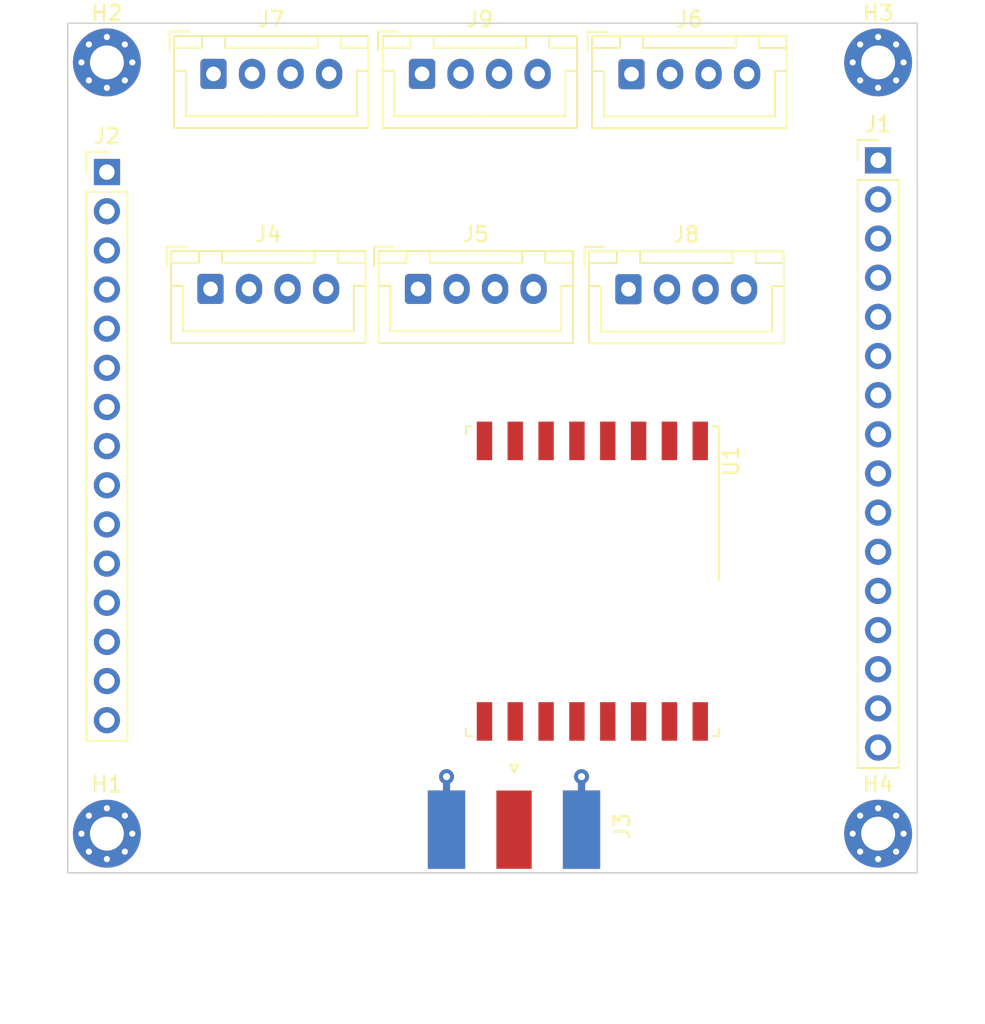
<source format=kicad_pcb>
(kicad_pcb (version 20211014) (generator pcbnew)
  (title_block (rev "1"))
  (layers (0 "F.Cu" signal "Front") (1 "In1.Cu" signal) (2 "In2.Cu" signal) (31 "B.Cu" signal "Back") (34 "B.Paste" user) (35 "F.Paste" user) (36 "B.SilkS" user "B.Silkscreen") (37 "F.SilkS" user "F.Silkscreen") (38 "B.Mask" user) (39 "F.Mask" user) (44 "Edge.Cuts" user))
  (net 0 "")
  (net 1 "Earth")
  (net 2 "/GND")
  (net 3 "/RX0")
  (net 4 "/TX0")
  (net 5 "/RX1")
  (net 6 "/TX1")
  (net 7 "/RX2")
  (net 8 "/TX2")
  (net 9 "/MISC_GPIO0")
  (net 10 "/MISC_GPIO1")
  (net 11 "/MISC_GPIO2")
  (net 12 "/VCC")
  (net 13 "/3V3")
  (net 14 "/SCL1")
  (net 15 "/SDA1")
  (net 16 "/CAN_L")
  (net 17 "/CAN_H")
  (net 18 "/5V")
  (net 25 "/MOSI")
  (net 26 "/MISO")
  (net 27 "/SCK")
  (net 28 "Net-(U1-Pad10)")
  (net 29 "+5V")
  (net 30 "/SDA")
  (net 31 "/SCL")
  (net 32 "/MISC_IO0")
  (net 33 "+3V3")
  (net 34 "/MISC_IO1")
  (net 35 "/MISC_IO2")
  (footprint "Connector_JST:JST_XH_B4B-XH-A_1x04_P2.50mm_Vertical" (layer "F.Cu") (at 170.561 71.865)
    (fp_text reference "J9" (at 3.75 -3.55) (layer "F.SilkS"))
    (fp_text value "jst_xh")
    (fp_line (start 10.06 -2.46) (end -2.56 -2.46) (layer "F.SilkS") (width 0.12))
    (fp_line (start -2.55 -1.7) (end -0.75 -1.7) (layer "F.SilkS") (width 0.12))
    (fp_line (start -1.6 -2.75) (end -2.85 -2.75) (layer "F.SilkS") (width 0.12))
    (fp_line (start 10.05 -1.7) (end 10.05 -2.45) (layer "F.SilkS") (width 0.12))
    (fp_line (start -2.85 -2.75) (end -2.85 -1.5) (layer "F.SilkS") (width 0.12))
    (fp_line (start -0.75 -2.45) (end -2.55 -2.45) (layer "F.SilkS") (width 0.12))
    (fp_line (start 6.75 -2.45) (end 0.75 -2.45) (layer "F.SilkS") (width 0.12))
    (fp_line (start -1.8 2.75) (end 3.75 2.75) (layer "F.SilkS") (width 0.12))
    (fp_line (start 0.75 -2.45) (end 0.75 -1.7) (layer "F.SilkS") (width 0.12))
    (fp_line (start 10.05 -0.2) (end 9.3 -0.2) (layer "F.SilkS") (width 0.12))
    (fp_line (start -2.56 -2.46) (end -2.56 3.51) (layer "F.SilkS") (width 0.12))
    (fp_line (start -1.8 -0.2) (end -1.8 2.75) (layer "F.SilkS") (width 0.12))
    (fp_line (start -2.55 -2.45) (end -2.55 -1.7) (layer "F.SilkS") (width 0.12))
    (fp_line (start 0.75 -1.7) (end 6.75 -1.7) (layer "F.SilkS") (width 0.12))
    (fp_line (start -2.55 -0.2) (end -1.8 -0.2) (layer "F.SilkS") (width 0.12))
    (fp_line (start 9.3 -0.2) (end 9.3 2.75) (layer "F.SilkS") (width 0.12))
    (fp_line (start 10.06 3.51) (end 10.06 -2.46) (layer "F.SilkS") (width 0.12))
    (fp_line (start 9.3 2.75) (end 3.75 2.75) (layer "F.SilkS") (width 0.12))
    (fp_line (start 6.75 -1.7) (end 6.75 -2.45) (layer "F.SilkS") (width 0.12))
    (fp_line (start 10.05 -2.45) (end 8.25 -2.45) (layer "F.SilkS") (width 0.12))
    (fp_line (start -0.75 -1.7) (end -0.75 -2.45) (layer "F.SilkS") (width 0.12))
    (fp_line (start 8.25 -2.45) (end 8.25 -1.7) (layer "F.SilkS") (width 0.12))
    (fp_line (start -2.56 3.51) (end 10.06 3.51) (layer "F.SilkS") (width 0.12))
    (fp_line (start 8.25 -1.7) (end 10.05 -1.7) (layer "F.SilkS") (width 0.12))
    (pad "1" thru_hole roundrect (at 0 0) (size 1.7 1.95) (drill 0.95) (layers *.Cu *.Mask) (roundrect_rratio 0.147059) (net 4 "/TX0"))
    (pad "2" thru_hole oval (at 2.5 0) (size 1.7 1.95) (drill 0.95) (layers *.Cu *.Mask) (net 3 "/RX0"))
    (pad "3" thru_hole oval (at 5 0) (size 1.7 1.95) (drill 0.95) (layers *.Cu *.Mask) (net 1 "Earth"))
    (pad "4" thru_hole oval (at 7.5 0) (size 1.7 1.95) (drill 0.95) (layers *.Cu *.Mask) (net 29 "+5V"))
  )
  (footprint "Connector_JST:JST_XH_B4B-XH-A_1x04_P2.50mm_Vertical" (layer "F.Cu") (at 184.15 71.882)
    (fp_text reference "J6" (at 3.75 -3.55) (layer "F.SilkS"))
    (fp_text value "jst_xh")
    (fp_line (start 9.3 2.75) (end 3.75 2.75) (layer "F.SilkS") (width 0.12))
    (fp_line (start -1.6 -2.75) (end -2.85 -2.75) (layer "F.SilkS") (width 0.12))
    (fp_line (start 8.25 -1.7) (end 10.05 -1.7) (layer "F.SilkS") (width 0.12))
    (fp_line (start 0.75 -2.45) (end 0.75 -1.7) (layer "F.SilkS") (width 0.12))
    (fp_line (start 10.05 -1.7) (end 10.05 -2.45) (layer "F.SilkS") (width 0.12))
    (fp_line (start 10.05 -0.2) (end 9.3 -0.2) (layer "F.SilkS") (width 0.12))
    (fp_line (start 10.05 -2.45) (end 8.25 -2.45) (layer "F.SilkS") (width 0.12))
    (fp_line (start -1.8 -0.2) (end -1.8 2.75) (layer "F.SilkS") (width 0.12))
    (fp_line (start -2.55 -2.45) (end -2.55 -1.7) (layer "F.SilkS") (width 0.12))
    (fp_line (start -0.75 -2.45) (end -2.55 -2.45) (layer "F.SilkS") (width 0.12))
    (fp_line (start 0.75 -1.7) (end 6.75 -1.7) (layer "F.SilkS") (width 0.12))
    (fp_line (start 6.75 -1.7) (end 6.75 -2.45) (layer "F.SilkS") (width 0.12))
    (fp_line (start -2.85 -2.75) (end -2.85 -1.5) (layer "F.SilkS") (width 0.12))
    (fp_line (start 9.3 -0.2) (end 9.3 2.75) (layer "F.SilkS") (width 0.12))
    (fp_line (start 10.06 3.51) (end 10.06 -2.46) (layer "F.SilkS") (width 0.12))
    (fp_line (start 8.25 -2.45) (end 8.25 -1.7) (layer "F.SilkS") (width 0.12))
    (fp_line (start -0.75 -1.7) (end -0.75 -2.45) (layer "F.SilkS") (width 0.12))
    (fp_line (start 6.75 -2.45) (end 0.75 -2.45) (layer "F.SilkS") (width 0.12))
    (fp_line (start -2.56 -2.46) (end -2.56 3.51) (layer "F.SilkS") (width 0.12))
    (fp_line (start -2.56 3.51) (end 10.06 3.51) (layer "F.SilkS") (width 0.12))
    (fp_line (start -2.55 -1.7) (end -0.75 -1.7) (layer "F.SilkS") (width 0.12))
    (fp_line (start -1.8 2.75) (end 3.75 2.75) (layer "F.SilkS") (width 0.12))
    (fp_line (start -2.55 -0.2) (end -1.8 -0.2) (layer "F.SilkS") (width 0.12))
    (fp_line (start 10.06 -2.46) (end -2.56 -2.46) (layer "F.SilkS") (width 0.12))
    (pad "1" thru_hole roundrect (at 0 0) (size 1.7 1.95) (drill 0.95) (layers *.Cu *.Mask) (roundrect_rratio 0.147059) (net 17 "/CAN_H"))
    (pad "2" thru_hole oval (at 2.5 0) (size 1.7 1.95) (drill 0.95) (layers *.Cu *.Mask) (net 16 "/CAN_L"))
    (pad "3" thru_hole oval (at 5 0) (size 1.7 1.95) (drill 0.95) (layers *.Cu *.Mask) (net 1 "Earth"))
    (pad "4" thru_hole oval (at 7.5 0) (size 1.7 1.95) (drill 0.95) (layers *.Cu *.Mask) (net 29 "+5V"))
  )
  (footprint "MountingHole:MountingHole_2.2mm_M2_Pad_Via" (layer "F.Cu") (at 150.114 71.12)
    (fp_text reference "H2" (at 0 -3.2) (layer "F.SilkS"))
    (fp_text value "MountingHole_Pad")
    (pad "1" thru_hole circle (at 1.166726 1.166726) (size 0.7 0.7) (drill 0.4) (layers *.Cu *.Mask) (net 1 "Earth"))
    (pad "1" thru_hole circle (at 0 -1.65) (size 0.7 0.7) (drill 0.4) (layers *.Cu *.Mask) (net 1 "Earth"))
    (pad "1" thru_hole circle (at 0 1.65) (size 0.7 0.7) (drill 0.4) (layers *.Cu *.Mask) (net 1 "Earth"))
    (pad "1" thru_hole circle (at -1.65 0) (size 0.7 0.7) (drill 0.4) (layers *.Cu *.Mask) (net 1 "Earth"))
    (pad "1" thru_hole circle (at 1.65 0) (size 0.7 0.7) (drill 0.4) (layers *.Cu *.Mask) (net 1 "Earth"))
    (pad "1" thru_hole circle (at 0 0) (size 4.4 4.4) (drill 2.2) (layers *.Cu *.Mask) (net 1 "Earth"))
    (pad "1" thru_hole circle (at -1.166726 -1.166726) (size 0.7 0.7) (drill 0.4) (layers *.Cu *.Mask) (net 1 "Earth"))
    (pad "1" thru_hole circle (at 1.166726 -1.166726) (size 0.7 0.7) (drill 0.4) (layers *.Cu *.Mask) (net 1 "Earth"))
    (pad "1" thru_hole circle (at -1.166726 1.166726) (size 0.7 0.7) (drill 0.4) (layers *.Cu *.Mask) (net 1 "Earth"))
  )
  (footprint "MountingHole:MountingHole_2.2mm_M2_Pad_Via" (layer "F.Cu") (at 200.152 71.12)
    (fp_text reference "H3" (at 0 -3.2) (layer "F.SilkS"))
    (fp_text value "MountingHole_Pad")
    (pad "1" thru_hole circle (at 0 1.65) (size 0.7 0.7) (drill 0.4) (layers *.Cu *.Mask) (net 1 "Earth"))
    (pad "1" thru_hole circle (at 0 -1.65) (size 0.7 0.7) (drill 0.4) (layers *.Cu *.Mask) (net 1 "Earth"))
    (pad "1" thru_hole circle (at -1.65 0) (size 0.7 0.7) (drill 0.4) (layers *.Cu *.Mask) (net 1 "Earth"))
    (pad "1" thru_hole circle (at 1.65 0) (size 0.7 0.7) (drill 0.4) (layers *.Cu *.Mask) (net 1 "Earth"))
    (pad "1" thru_hole circle (at 1.166726 -1.166726) (size 0.7 0.7) (drill 0.4) (layers *.Cu *.Mask) (net 1 "Earth"))
    (pad "1" thru_hole circle (at -1.166726 -1.166726) (size 0.7 0.7) (drill 0.4) (layers *.Cu *.Mask) (net 1 "Earth"))
    (pad "1" thru_hole circle (at -1.166726 1.166726) (size 0.7 0.7) (drill 0.4) (layers *.Cu *.Mask) (net 1 "Earth"))
    (pad "1" thru_hole circle (at 0 0) (size 4.4 4.4) (drill 2.2) (layers *.Cu *.Mask) (net 1 "Earth"))
    (pad "1" thru_hole circle (at 1.166726 1.166726) (size 0.7 0.7) (drill 0.4) (layers *.Cu *.Mask) (net 1 "Earth"))
  )
  (footprint "Connector_JST:JST_XH_B4B-XH-A_1x04_P2.50mm_Vertical" (layer "F.Cu") (at 156.838 85.818)
    (fp_text reference "J4" (at 3.75 -3.55) (layer "F.SilkS"))
    (fp_text value "jst_xh")
    (fp_line (start 10.06 -2.46) (end -2.56 -2.46) (layer "F.SilkS") (width 0.12))
    (fp_line (start 8.25 -1.7) (end 10.05 -1.7) (layer "F.SilkS") (width 0.12))
    (fp_line (start -2.56 3.51) (end 10.06 3.51) (layer "F.SilkS") (width 0.12))
    (fp_line (start 6.75 -2.45) (end 0.75 -2.45) (layer "F.SilkS") (width 0.12))
    (fp_line (start -0.75 -1.7) (end -0.75 -2.45) (layer "F.SilkS") (width 0.12))
    (fp_line (start 9.3 2.75) (end 3.75 2.75) (layer "F.SilkS") (width 0.12))
    (fp_line (start -1.8 2.75) (end 3.75 2.75) (layer "F.SilkS") (width 0.12))
    (fp_line (start -1.8 -0.2) (end -1.8 2.75) (layer "F.SilkS") (width 0.12))
    (fp_line (start -2.55 -2.45) (end -2.55 -1.7) (layer "F.SilkS") (width 0.12))
    (fp_line (start 0.75 -1.7) (end 6.75 -1.7) (layer "F.SilkS") (width 0.12))
    (fp_line (start 0.75 -2.45) (end 0.75 -1.7) (layer "F.SilkS") (width 0.12))
    (fp_line (start -2.55 -1.7) (end -0.75 -1.7) (layer "F.SilkS") (width 0.12))
    (fp_line (start 10.06 3.51) (end 10.06 -2.46) (layer "F.SilkS") (width 0.12))
    (fp_line (start 8.25 -2.45) (end 8.25 -1.7) (layer "F.SilkS") (width 0.12))
    (fp_line (start -2.55 -0.2) (end -1.8 -0.2) (layer "F.SilkS") (width 0.12))
    (fp_line (start 10.05 -1.7) (end 10.05 -2.45) (layer "F.SilkS") (width 0.12))
    (fp_line (start -2.85 -2.75) (end -2.85 -1.5) (layer "F.SilkS") (width 0.12))
    (fp_line (start 6.75 -1.7) (end 6.75 -2.45) (layer "F.SilkS") (width 0.12))
    (fp_line (start -0.75 -2.45) (end -2.55 -2.45) (layer "F.SilkS") (width 0.12))
    (fp_line (start 9.3 -0.2) (end 9.3 2.75) (layer "F.SilkS") (width 0.12))
    (fp_line (start -1.6 -2.75) (end -2.85 -2.75) (layer "F.SilkS") (width 0.12))
    (fp_line (start -2.56 -2.46) (end -2.56 3.51) (layer "F.SilkS") (width 0.12))
    (fp_line (start 10.05 -0.2) (end 9.3 -0.2) (layer "F.SilkS") (width 0.12))
    (fp_line (start 10.05 -2.45) (end 8.25 -2.45) (layer "F.SilkS") (width 0.12))
    (pad "1" thru_hole roundrect (at 0 0) (size 1.7 1.95) (drill 0.95) (layers *.Cu *.Mask) (roundrect_rratio 0.147059) (net 8 "/TX2"))
    (pad "2" thru_hole oval (at 2.5 0) (size 1.7 1.95) (drill 0.95) (layers *.Cu *.Mask) (net 7 "/RX2"))
    (pad "3" thru_hole oval (at 5 0) (size 1.7 1.95) (drill 0.95) (layers *.Cu *.Mask) (net 1 "Earth"))
    (pad "4" thru_hole oval (at 7.5 0) (size 1.7 1.95) (drill 0.95) (layers *.Cu *.Mask) (net 29 "+5V"))
  )
  (footprint "Connector_JST:JST_XH_B4B-XH-A_1x04_P2.50mm_Vertical" (layer "F.Cu") (at 157.032 71.865)
    (fp_text reference "J7" (at 3.75 -3.55) (layer "F.SilkS"))
    (fp_text value "jst_xh")
    (fp_line (start 10.06 -2.46) (end -2.56 -2.46) (layer "F.SilkS") (width 0.12))
    (fp_line (start 0.75 -2.45) (end 0.75 -1.7) (layer "F.SilkS") (width 0.12))
    (fp_line (start -1.8 -0.2) (end -1.8 2.75) (layer "F.SilkS") (width 0.12))
    (fp_line (start 0.75 -1.7) (end 6.75 -1.7) (layer "F.SilkS") (width 0.12))
    (fp_line (start -2.55 -0.2) (end -1.8 -0.2) (layer "F.SilkS") (width 0.12))
    (fp_line (start 10.05 -2.45) (end 8.25 -2.45) (layer "F.SilkS") (width 0.12))
    (fp_line (start 6.75 -2.45) (end 0.75 -2.45) (layer "F.SilkS") (width 0.12))
    (fp_line (start 10.06 3.51) (end 10.06 -2.46) (layer "F.SilkS") (width 0.12))
    (fp_line (start 10.05 -0.2) (end 9.3 -0.2) (layer "F.SilkS") (width 0.12))
    (fp_line (start -0.75 -2.45) (end -2.55 -2.45) (layer "F.SilkS") (width 0.12))
    (fp_line (start -2.55 -1.7) (end -0.75 -1.7) (layer "F.SilkS") (width 0.12))
    (fp_line (start 9.3 2.75) (end 3.75 2.75) (layer "F.SilkS") (width 0.12))
    (fp_line (start -0.75 -1.7) (end -0.75 -2.45) (layer "F.SilkS") (width 0.12))
    (fp_line (start -1.6 -2.75) (end -2.85 -2.75) (layer "F.SilkS") (width 0.12))
    (fp_line (start 6.75 -1.7) (end 6.75 -2.45) (layer "F.SilkS") (width 0.12))
    (fp_line (start -2.55 -2.45) (end -2.55 -1.7) (layer "F.SilkS") (width 0.12))
    (fp_line (start -2.85 -2.75) (end -2.85 -1.5) (layer "F.SilkS") (width 0.12))
    (fp_line (start -1.8 2.75) (end 3.75 2.75) (layer "F.SilkS") (width 0.12))
    (fp_line (start -2.56 -2.46) (end -2.56 3.51) (layer "F.SilkS") (width 0.12))
    (fp_line (start 9.3 -0.2) (end 9.3 2.75) (layer "F.SilkS") (width 0.12))
    (fp_line (start 8.25 -1.7) (end 10.05 -1.7) (layer "F.SilkS") (width 0.12))
    (fp_line (start 10.05 -1.7) (end 10.05 -2.45) (layer "F.SilkS") (width 0.12))
    (fp_line (start 8.25 -2.45) (end 8.25 -1.7) (layer "F.SilkS") (width 0.12))
    (fp_line (start -2.56 3.51) (end 10.06 3.51) (layer "F.SilkS") (width 0.12))
    (pad "1" thru_hole roundrect (at 0 0) (size 1.7 1.95) (drill 0.95) (layers *.Cu *.Mask) (roundrect_rratio 0.147059) (net 17 "/CAN_H"))
    (pad "2" thru_hole oval (at 2.5 0) (size 1.7 1.95) (drill 0.95) (layers *.Cu *.Mask) (net 16 "/CAN_L"))
    (pad "3" thru_hole oval (at 5 0) (size 1.7 1.95) (drill 0.95) (layers *.Cu *.Mask) (net 1 "Earth"))
    (pad "4" thru_hole oval (at 7.5 0) (size 1.7 1.95) (drill 0.95) (layers *.Cu *.Mask) (net 29 "+5V"))
  )
  (footprint "Connector_JST:JST_XH_B4B-XH-A_1x04_P2.50mm_Vertical" (layer "F.Cu") (at 170.3 85.818)
    (fp_text reference "J5" (at 3.75 -3.55) (layer "F.SilkS"))
    (fp_text value "jst_xh")
    (fp_line (start 9.3 2.75) (end 3.75 2.75) (layer "F.SilkS") (width 0.12))
    (fp_line (start -2.55 -2.45) (end -2.55 -1.7) (layer "F.SilkS") (width 0.12))
    (fp_line (start 10.05 -0.2) (end 9.3 -0.2) (layer "F.SilkS") (width 0.12))
    (fp_line (start 8.25 -1.7) (end 10.05 -1.7) (layer "F.SilkS") (width 0.12))
    (fp_line (start -1.6 -2.75) (end -2.85 -2.75) (layer "F.SilkS") (width 0.12))
    (fp_line (start -2.85 -2.75) (end -2.85 -1.5) (layer "F.SilkS") (width 0.12))
    (fp_line (start -1.8 2.75) (end 3.75 2.75) (layer "F.SilkS") (width 0.12))
    (fp_line (start -1.8 -0.2) (end -1.8 2.75) (layer "F.SilkS") (width 0.12))
    (fp_line (start 10.06 -2.46) (end -2.56 -2.46) (layer "F.SilkS") (width 0.12))
    (fp_line (start -2.56 3.51) (end 10.06 3.51) (layer "F.SilkS") (width 0.12))
    (fp_line (start -2.55 -1.7) (end -0.75 -1.7) (layer "F.SilkS") (width 0.12))
    (fp_line (start 9.3 -0.2) (end 9.3 2.75) (layer "F.SilkS") (width 0.12))
    (fp_line (start 10.05 -1.7) (end 10.05 -2.45) (layer "F.SilkS") (width 0.12))
    (fp_line (start -0.75 -2.45) (end -2.55 -2.45) (layer "F.SilkS") (width 0.12))
    (fp_line (start 0.75 -1.7) (end 6.75 -1.7) (layer "F.SilkS") (width 0.12))
    (fp_line (start 6.75 -2.45) (end 0.75 -2.45) (layer "F.SilkS") (width 0.12))
    (fp_line (start -0.75 -1.7) (end -0.75 -2.45) (layer "F.SilkS") (width 0.12))
    (fp_line (start 0.75 -2.45) (end 0.75 -1.7) (layer "F.SilkS") (width 0.12))
    (fp_line (start 6.75 -1.7) (end 6.75 -2.45) (layer "F.SilkS") (width 0.12))
    (fp_line (start -2.56 -2.46) (end -2.56 3.51) (layer "F.SilkS") (width 0.12))
    (fp_line (start 10.05 -2.45) (end 8.25 -2.45) (layer "F.SilkS") (width 0.12))
    (fp_line (start 10.06 3.51) (end 10.06 -2.46) (layer "F.SilkS") (width 0.12))
    (fp_line (start 8.25 -2.45) (end 8.25 -1.7) (layer "F.SilkS") (width 0.12))
    (fp_line (start -2.55 -0.2) (end -1.8 -0.2) (layer "F.SilkS") (width 0.12))
    (pad "1" thru_hole roundrect (at 0 0) (size 1.7 1.95) (drill 0.95) (layers *.Cu *.Mask) (roundrect_rratio 0.147059) (net 6 "/TX1"))
    (pad "2" thru_hole oval (at 2.5 0) (size 1.7 1.95) (drill 0.95) (layers *.Cu *.Mask) (net 5 "/RX1"))
    (pad "3" thru_hole oval (at 5 0) (size 1.7 1.95) (drill 0.95) (layers *.Cu *.Mask) (net 1 "Earth"))
    (pad "4" thru_hole oval (at 7.5 0) (size 1.7 1.95) (drill 0.95) (layers *.Cu *.Mask) (net 29 "+5V"))
  )
  (footprint "RF_Module:HOPERF_RFM69HW" (layer "F.Cu") (at 181.61 104.775 -90)
    (fp_text reference "U1" (at -7.8 -9 90) (layer "F.SilkS"))
    (fp_text value "RFM69W")
    (fp_line (start -10.05 -8.2) (end -10.05 -7.8) (layer "F.SilkS") (width 0.1))
    (fp_line (start -10.05 7.8) (end -10.05 8.2) (layer "F.SilkS") (width 0.1))
    (fp_line (start -10.05 -8.2) (end -0.05 -8.2) (layer "F.SilkS") (width 0.1))
    (fp_line (start 9.55 -8.2) (end 10.05 -8.2) (layer "F.SilkS") (width 0.1))
    (fp_line (start -10.05 8.2) (end -9.55 8.2) (layer "F.SilkS") (width 0.1))
    (fp_line (start 10.05 7.8) (end 10.05 8.2) (layer "F.SilkS") (width 0.1))
    (fp_line (start 9.55 8.2) (end 10.05 8.2) (layer "F.SilkS") (width 0.1))
    (fp_line (start 10.05 -8.2) (end 10.05 -7.8) (layer "F.SilkS") (width 0.1))
    (pad "1" smd rect (at -9.1 -7 270) (size 2.5 1) (layers "F.Cu" "F.Paste" "F.Mask") (net 35 "/MISC_IO2"))
    (pad "2" smd rect (at -9.1 -5 270) (size 2.5 1) (layers "F.Cu" "F.Paste" "F.Mask") (net 34 "/MISC_IO1"))
    (pad "3" smd rect (at -9.1 -3 270) (size 2.5 1) (layers "F.Cu" "F.Paste" "F.Mask"))
    (pad "4" smd rect (at -9.1 -1 270) (size 2.5 1) (layers "F.Cu" "F.Paste" "F.Mask"))
    (pad "5" smd rect (at -9.1 1 270) (size 2.5 1) (layers "F.Cu" "F.Paste" "F.Mask"))
    (pad "6" smd rect (at -9.1 3 270) (size 2.5 1) (layers "F.Cu" "F.Paste" "F.Mask"))
    (pad "7" smd rect (at -9.1 5 270) (size 2.5 1) (layers "F.Cu" "F.Paste" "F.Mask"))
    (pad "8" smd rect (at -9.1 7 270) (size 2.5 1) (layers "F.Cu" "F.Paste" "F.Mask") (net 33 "+3V3"))
    (pad "9" smd rect (at 9.1 7 270) (size 2.5 1) (layers "F.Cu" "F.Paste" "F.Mask") (net 1 "Earth"))
    (pad "10" smd rect (at 9.1 5 270) (size 2.5 1) (layers "F.Cu" "F.Paste" "F.Mask") (net 28 "Net-(U1-Pad10)"))
    (pad "11" smd rect (at 9.1 3 270) (size 2.5 1) (layers "F.Cu" "F.Paste" "F.Mask") (net 1 "Earth"))
    (pad "12" smd rect (at 9.1 1 270) (size 2.5 1) (layers "F.Cu" "F.Paste" "F.Mask") (net 27 "/SCK"))
    (pad "13" smd rect (at 9.1 -1 270) (size 2.5 1) (layers "F.Cu" "F.Paste" "F.Mask") (net 26 "/MISO"))
    (pad "14" smd rect (at 9.1 -3 270) (size 2.5 1) (layers "F.Cu" "F.Paste" "F.Mask") (net 25 "/MOSI"))
    (pad "15" smd rect (at 9.1 -5 270) (size 2.5 1) (layers "F.Cu" "F.Paste" "F.Mask") (net 32 "/MISC_IO0"))
    (pad "16" smd rect (at 9.1 -7 270) (size 2.5 1) (layers "F.Cu" "F.Paste" "F.Mask"))
  )
  (footprint "Connector_PinHeader_2.54mm:PinHeader_1x15_P2.54mm_Vertical" (layer "F.Cu") (at 150.114 78.237)
    (fp_text reference "J2" (at 0 -2.33) (layer "F.SilkS"))
    (fp_text value "Conn_01x15")
    (fp_line (start -1.33 36.89) (end 1.33 36.89) (layer "F.SilkS") (width 0.12))
    (fp_line (start -1.33 -1.33) (end 0 -1.33) (layer "F.SilkS") (width 0.12))
    (fp_line (start -1.33 1.27) (end -1.33 36.89) (layer "F.SilkS") (width 0.12))
    (fp_line (start 1.33 1.27) (end 1.33 36.89) (layer "F.SilkS") (width 0.12))
    (fp_line (start -1.33 1.27) (end 1.33 1.27) (layer "F.SilkS") (width 0.12))
    (fp_line (start -1.33 0) (end -1.33 -1.33) (layer "F.SilkS") (width 0.12))
    (pad "1" thru_hole rect (at 0 0) (size 1.7 1.7) (drill 1) (layers *.Cu *.Mask) (net 2 "/GND"))
    (pad "2" thru_hole oval (at 0 2.54) (size 1.7 1.7) (drill 1) (layers *.Cu *.Mask) (net 2 "/GND"))
    (pad "3" thru_hole oval (at 0 5.08) (size 1.7 1.7) (drill 1) (layers *.Cu *.Mask) (net 12 "/VCC"))
    (pad "4" thru_hole oval (at 0 7.62) (size 1.7 1.7) (drill 1) (layers *.Cu *.Mask) (net 12 "/VCC"))
    (pad "5" thru_hole oval (at 0 10.16) (size 1.7 1.7) (drill 1) (layers *.Cu *.Mask) (net 13 "/3V3"))
    (pad "6" thru_hole oval (at 0 12.7) (size 1.7 1.7) (drill 1) (layers *.Cu *.Mask) (net 14 "/SCL1"))
    (pad "7" thru_hole oval (at 0 15.24) (size 1.7 1.7) (drill 1) (layers *.Cu *.Mask) (net 15 "/SDA1"))
    (pad "8" thru_hole oval (at 0 17.78) (size 1.7 1.7) (drill 1) (layers *.Cu *.Mask) (net 2 "/GND"))
    (pad "9" thru_hole oval (at 0 20.32) (size 1.7 1.7) (drill 1) (layers *.Cu *.Mask) (net 16 "/CAN_L"))
    (pad "10" thru_hole oval (at 0 22.86) (size 1.7 1.7) (drill 1) (layers *.Cu *.Mask) (net 17 "/CAN_H"))
    (pad "11" thru_hole oval (at 0 25.4) (size 1.7 1.7) (drill 1) (layers *.Cu *.Mask) (net 18 "/5V"))
    (pad "12" thru_hole oval (at 0 27.94) (size 1.7 1.7) (drill 1) (layers *.Cu *.Mask) (net 12 "/VCC"))
    (pad "13" thru_hole oval (at 0 30.48) (size 1.7 1.7) (drill 1) (layers *.Cu *.Mask) (net 12 "/VCC"))
    (pad "14" thru_hole oval (at 0 33.02) (size 1.7 1.7) (drill 1) (layers *.Cu *.Mask) (net 2 "/GND"))
    (pad "15" thru_hole oval (at 0 35.56) (size 1.7 1.7) (drill 1) (layers *.Cu *.Mask) (net 2 "/GND"))
  )
  (footprint "MountingHole:MountingHole_2.2mm_M2_Pad_Via" (layer "F.Cu") (at 150.114 121.158)
    (fp_text reference "H1" (at 0 -3.2) (layer "F.SilkS"))
    (fp_text value "MountingHole_Pad")
    (pad "1" thru_hole circle (at 0 -1.65) (size 0.7 0.7) (drill 0.4) (layers *.Cu *.Mask) (net 1 "Earth"))
    (pad "1" thru_hole circle (at 0 0) (size 4.4 4.4) (drill 2.2) (layers *.Cu *.Mask) (net 1 "Earth"))
    (pad "1" thru_hole circle (at -1.166726 -1.166726) (size 0.7 0.7) (drill 0.4) (layers *.Cu *.Mask) (net 1 "Earth"))
    (pad "1" thru_hole circle (at 1.166726 -1.166726) (size 0.7 0.7) (drill 0.4) (layers *.Cu *.Mask) (net 1 "Earth"))
    (pad "1" thru_hole circle (at 1.65 0) (size 0.7 0.7) (drill 0.4) (layers *.Cu *.Mask) (net 1 "Earth"))
    (pad "1" thru_hole circle (at -1.166726 1.166726) (size 0.7 0.7) (drill 0.4) (layers *.Cu *.Mask) (net 1 "Earth"))
    (pad "1" thru_hole circle (at 0 1.65) (size 0.7 0.7) (drill 0.4) (layers *.Cu *.Mask) (net 1 "Earth"))
    (pad "1" thru_hole circle (at 1.166726 1.166726) (size 0.7 0.7) (drill 0.4) (layers *.Cu *.Mask) (net 1 "Earth"))
    (pad "1" thru_hole circle (at -1.65 0) (size 0.7 0.7) (drill 0.4) (layers *.Cu *.Mask) (net 1 "Earth"))
  )
  (footprint "Connector_JST:JST_XH_B4B-XH-A_1x04_P2.50mm_Vertical" (layer "F.Cu") (at 183.956 85.835)
    (fp_text reference "J8" (at 3.75 -3.55) (layer "F.SilkS"))
    (fp_text value "jst_xh")
    (fp_line (start -0.75 -1.7) (end -0.75 -2.45) (layer "F.SilkS") (width 0.12))
    (fp_line (start -1.6 -2.75) (end -2.85 -2.75) (layer "F.SilkS") (width 0.12))
    (fp_line (start -2.56 -2.46) (end -2.56 3.51) (layer "F.SilkS") (width 0.12))
    (fp_line (start -2.55 -0.2) (end -1.8 -0.2) (layer "F.SilkS") (width 0.12))
    (fp_line (start -2.55 -2.45) (end -2.55 -1.7) (layer "F.SilkS") (width 0.12))
    (fp_line (start 0.75 -2.45) (end 0.75 -1.7) (layer "F.SilkS") (width 0.12))
    (fp_line (start 8.25 -2.45) (end 8.25 -1.7) (layer "F.SilkS") (width 0.12))
    (fp_line (start 9.3 2.75) (end 3.75 2.75) (layer "F.SilkS") (width 0.12))
    (fp_line (start 10.05 -2.45) (end 8.25 -2.45) (layer "F.SilkS") (width 0.12))
    (fp_line (start 10.05 -0.2) (end 9.3 -0.2) (layer "F.SilkS") (width 0.12))
    (fp_line (start 10.05 -1.7) (end 10.05 -2.45) (layer "F.SilkS") (width 0.12))
    (fp_line (start 10.06 -2.46) (end -2.56 -2.46) (layer "F.SilkS") (width 0.12))
    (fp_line (start -1.8 2.75) (end 3.75 2.75) (layer "F.SilkS") (width 0.12))
    (fp_line (start 0.75 -1.7) (end 6.75 -1.7) (layer "F.SilkS") (width 0.12))
    (fp_line (start -1.8 -0.2) (end -1.8 2.75) (layer "F.SilkS") (width 0.12))
    (fp_line (start 6.75 -2.45) (end 0.75 -2.45) (layer "F.SilkS") (width 0.12))
    (fp_line (start -2.85 -2.75) (end -2.85 -1.5) (layer "F.SilkS") (width 0.12))
    (fp_line (start 10.06 3.51) (end 10.06 -2.46) (layer "F.SilkS") (width 0.12))
    (fp_line (start 6.75 -1.7) (end 6.75 -2.45) (layer "F.SilkS") (width 0.12))
    (fp_line (start -2.55 -1.7) (end -0.75 -1.7) (layer "F.SilkS") (width 0.12))
    (fp_line (start 9.3 -0.2) (end 9.3 2.75) (layer "F.SilkS") (width 0.12))
    (fp_line (start 8.25 -1.7) (end 10.05 -1.7) (layer "F.SilkS") (width 0.12))
    (fp_line (start -0.75 -2.45) (end -2.55 -2.45) (layer "F.SilkS") (width 0.12))
    (fp_line (start -2.56 3.51) (end 10.06 3.51) (layer "F.SilkS") (width 0.12))
    (pad "1" thru_hole roundrect (at 0 0) (size 1.7 1.95) (drill 0.95) (layers *.Cu *.Mask) (roundrect_rratio 0.147059) (net 30 "/SDA"))
    (pad "2" thru_hole oval (at 2.5 0) (size 1.7 1.95) (drill 0.95) (layers *.Cu *.Mask) (net 31 "/SCL"))
    (pad "3" thru_hole oval (at 5 0) (size 1.7 1.95) (drill 0.95) (layers *.Cu *.Mask) (net 1 "Earth"))
    (pad "4" thru_hole oval (at 7.5 0) (size 1.7 1.95) (drill 0.95) (layers *.Cu *.Mask) (net 29 "+5V"))
  )
  (footprint "MountingHole:MountingHole_2.2mm_M2_Pad_Via" (layer "F.Cu") (at 200.152 121.158)
    (fp_text reference "H4" (at 0 -3.2) (layer "F.SilkS"))
    (fp_text value "MountingHole_Pad")
    (pad "1" thru_hole circle (at -1.166726 -1.166726) (size 0.7 0.7) (drill 0.4) (layers *.Cu *.Mask) (net 1 "Earth"))
    (pad "1" thru_hole circle (at 0 0) (size 4.4 4.4) (drill 2.2) (layers *.Cu *.Mask) (net 1 "Earth"))
    (pad "1" thru_hole circle (at -1.166726 1.166726) (size 0.7 0.7) (drill 0.4) (layers *.Cu *.Mask) (net 1 "Earth"))
    (pad "1" thru_hole circle (at 1.166726 1.166726) (size 0.7 0.7) (drill 0.4) (layers *.Cu *.Mask) (net 1 "Earth"))
    (pad "1" thru_hole circle (at 1.65 0) (size 0.7 0.7) (drill 0.4) (layers *.Cu *.Mask) (net 1 "Earth"))
    (pad "1" thru_hole circle (at 1.166726 -1.166726) (size 0.7 0.7) (drill 0.4) (layers *.Cu *.Mask) (net 1 "Earth"))
    (pad "1" thru_hole circle (at -1.65 0) (size 0.7 0.7) (drill 0.4) (layers *.Cu *.Mask) (net 1 "Earth"))
    (pad "1" thru_hole circle (at 0 1.65) (size 0.7 0.7) (drill 0.4) (layers *.Cu *.Mask) (net 1 "Earth"))
    (pad "1" thru_hole circle (at 0 -1.65) (size 0.7 0.7) (drill 0.4) (layers *.Cu *.Mask) (net 1 "Earth"))
  )
  (footprint "Connector_Coaxial:SMA_Molex_73251-1153_EdgeMount_Horizontal" (layer "F.Cu") (at 176.53 119.178 90)
    (fp_text reference "J3" (at -1.5 7 90) (layer "F.SilkS"))
    (fp_text value "Conn_Coaxial")
    (fp_line (start 2.5 0.25) (end 2 0) (layer "F.SilkS") (width 0.12))
    (fp_line (start 2.5 -0.25) (end 2.5 0.25) (layer "F.SilkS") (width 0.12))
    (fp_line (start 2 0) (end 2.5 -0.25) (layer "F.SilkS") (width 0.12))
    (pad "1" smd rect (at -1.72 0 90) (size 5.08 2.29) (layers "F.Cu" "F.Paste" "F.Mask") (net 28 "Net-(U1-Pad10)"))
    (pad "2" thru_hole circle (at 1.72 -4.38 90) (size 0.97 0.97) (drill 0.46) (layers *.Cu) (net 1 "Earth"))
    (pad "2" smd rect (at -1.72 -4.38 90) (size 5.08 2.42) (layers "F.Cu" "F.Paste" "F.Mask") (net 1 "Earth"))
    (pad "2" smd rect (at -1.72 -4.38 90) (size 5.08 2.42) (layers "B.Cu" "B.Paste" "B.Mask") (net 1 "Earth"))
    (pad "2" thru_hole circle (at 1.72 4.38 90) (size 0.97 0.97) (drill 0.46) (layers *.Cu) (net 1 "Earth"))
    (pad "2" smd rect (at 1.27 -4.38 90) (size 0.95 0.46) (layers "B.Cu") (net 1 "Earth"))
    (pad "2" smd rect (at 1.27 4.38 90) (size 0.95 0.46) (layers "B.Cu") (net 1 "Earth"))
    (pad "2" smd rect (at 1.27 -4.38 90) (size 0.95 0.46) (layers "F.Cu") (net 1 "Earth"))
    (pad "2" smd rect (at 1.27 4.38 90) (size 0.95 0.46) (layers "F.Cu") (net 1 "Earth"))
    (pad "2" smd rect (at -1.72 4.38 90) (size 5.08 2.42) (layers "F.Cu" "F.Paste" "F.Mask") (net 1 "Earth"))
    (pad "2" smd rect (at -1.72 4.38 90) (size 5.08 2.42) (layers "B.Cu" "B.Paste" "B.Mask") (net 1 "Earth"))
  )
  (footprint "Connector_PinHeader_2.54mm:PinHeader_1x16_P2.54mm_Vertical" (layer "F.Cu") (at 200.152 77.47)
    (fp_text reference "J1" (at 0 -2.33) (layer "F.SilkS"))
    (fp_text value "Conn_01x16")
    (fp_line (start -1.33 0) (end -1.33 -1.33) (layer "F.SilkS") (width 0.12))
    (fp_line (start -1.33 -1.33) (end 0 -1.33) (layer "F.SilkS") (width 0.12))
    (fp_line (start -1.33 1.27) (end 1.33 1.27) (layer "F.SilkS") (width 0.12))
    (fp_line (start -1.33 39.43) (end 1.33 39.43) (layer "F.SilkS") (width 0.12))
    (fp_line (start 1.33 1.27) (end 1.33 39.43) (layer "F.SilkS") (width 0.12))
    (fp_line (start -1.33 1.27) (end -1.33 39.43) (layer "F.SilkS") (width 0.12))
    (pad "1" thru_hole rect (at 0 0) (size 1.7 1.7) (drill 1) (layers *.Cu *.Mask) (net 2 "/GND"))
    (pad "2" thru_hole oval (at 0 2.54) (size 1.7 1.7) (drill 1) (layers *.Cu *.Mask) (net 3 "/RX0"))
    (pad "3" thru_hole oval (at 0 5.08) (size 1.7 1.7) (drill 1) (layers *.Cu *.Mask) (net 4 "/TX0"))
    (pad "4" thru_hole oval (at 0 7.62) (size 1.7 1.7) (drill 1) (layers *.Cu *.Mask) (net 5 "/RX1"))
    (pad "5" thru_hole oval (at 0 10.16) (size 1.7 1.7) (drill 1) (layers *.Cu *.Mask) (net 6 "/TX1"))
    (pad "6" thru_hole oval (at 0 12.7) (size 1.7 1.7) (drill 1) (layers *.Cu *.Mask) (net 7 "/RX2"))
    (pad "7" thru_hole oval (at 0 15.24) (size 1.7 1.7) (drill 1) (layers *.Cu *.Mask) (net 8 "/TX2"))
    (pad "8" thru_hole oval (at 0 17.78) (size 1.7 1.7) (drill 1) (layers *.Cu *.Mask) (net 2 "/GND"))
    (pad "9" thru_hole oval (at 0 20.32) (size 1.7 1.7) (drill 1) (layers *.Cu *.Mask) (net 25 "/MOSI"))
    (pad "10" thru_hole oval (at 0 22.86) (size 1.7 1.7) (drill 1) (layers *.Cu *.Mask) (net 26 "/MISO"))
    (pad "11" thru_hole oval (at 0 25.4) (size 1.7 1.7) (drill 1) (layers *.Cu *.Mask) (net 27 "/SCK"))
    (pad "12" thru_hole oval (at 0 27.94) (size 1.7 1.7) (drill 1) (layers *.Cu *.Mask) (net 2 "/GND"))
    (pad "13" thru_hole oval (at 0 30.48) (size 1.7 1.7) (drill 1) (layers *.Cu *.Mask) (net 9 "/MISC_GPIO0"))
    (pad "14" thru_hole oval (at 0 33.02) (size 1.7 1.7) (drill 1) (layers *.Cu *.Mask) (net 10 "/MISC_GPIO1"))
    (pad "15" thru_hole oval (at 0 35.56) (size 1.7 1.7) (drill 1) (layers *.Cu *.Mask) (net 11 "/MISC_GPIO2"))
    (pad "16" thru_hole oval (at 0 38.1) (size 1.7 1.7) (drill 1) (layers *.Cu *.Mask) (net 2 "/GND"))
  )
  (gr_line (start 202.692 68.58) (end 147.574 68.58) (layer "Edge.Cuts") (width 0.1))
  (gr_line (start 202.692 123.698) (end 202.692 68.58) (layer "Edge.Cuts") (width 0.1))
  (gr_line (start 147.574 68.58) (end 147.574 123.698) (layer "Edge.Cuts") (width 0.1))
  (gr_line (start 147.574 123.698) (end 202.692 123.698) (layer "Edge.Cuts") (width 0.1))
)
</source>
